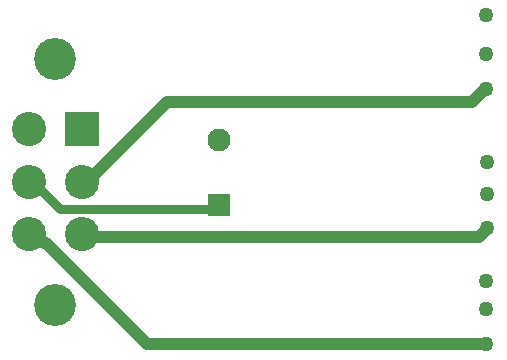
<source format=gbl>
G04*
G04 #@! TF.GenerationSoftware,Altium Limited,Altium Designer,25.1.2 (22)*
G04*
G04 Layer_Physical_Order=2*
G04 Layer_Color=16711680*
%FSLAX44Y44*%
%MOMM*%
G71*
G04*
G04 #@! TF.SameCoordinates,B7D9D61E-E531-4C97-95C7-BE20352FD60D*
G04*
G04*
G04 #@! TF.FilePolarity,Positive*
G04*
G01*
G75*
%ADD26C,1.0160*%
%ADD28C,0.7620*%
%ADD29R,1.9500X1.9500*%
%ADD30C,1.9500*%
%ADD31R,2.8950X2.8950*%
%ADD32C,2.8950*%
%ADD33C,3.5500*%
%ADD34C,1.2700*%
D26*
X624840Y648970D02*
X911860D01*
X539472Y734338D02*
X624840Y648970D01*
X525170Y741740D02*
X530255D01*
X537656Y734338D01*
X539472D01*
X899743Y853440D02*
X911173Y864870D01*
X641442Y853440D02*
X899743D01*
X911173Y864870D02*
X911860D01*
X905908Y739779D02*
X912404Y746274D01*
X572181Y739779D02*
X905908D01*
X912404Y746274D02*
X912644D01*
X572181Y784179D02*
X641442Y853440D01*
D28*
X682822Y763270D02*
X685801Y766249D01*
X551180Y763270D02*
X682822D01*
X530271Y784179D02*
X551180Y763270D01*
X527681Y784179D02*
X530271D01*
D29*
X685801Y766249D02*
D03*
D30*
Y821249D02*
D03*
D31*
X569670Y830640D02*
D03*
D32*
Y786140D02*
D03*
Y741740D02*
D03*
X525170Y830640D02*
D03*
Y786140D02*
D03*
Y741740D02*
D03*
D33*
X547370Y890290D02*
D03*
Y681990D02*
D03*
D34*
X913130Y775970D02*
D03*
Y802640D02*
D03*
X911860Y927100D02*
D03*
Y894080D02*
D03*
Y864870D02*
D03*
Y702310D02*
D03*
Y678180D02*
D03*
Y648970D02*
D03*
X913130Y746760D02*
D03*
M02*

</source>
